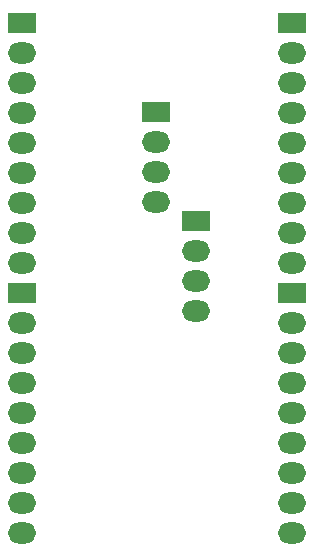
<source format=gbr>
G04 --- HEADER BEGIN --- *
G04 #@! TF.GenerationSoftware,LibrePCB,LibrePCB,0.1.6*
G04 #@! TF.CreationDate,2022-05-15T02:00:43*
G04 #@! TF.ProjectId,ttgo_bob,bfd8dc32-b202-4bf0-b9b5-60a84d76451e,v1*
G04 #@! TF.Part,Single*
G04 #@! TF.SameCoordinates*
G04 #@! TF.FileFunction,Soldermask,Bot*
G04 #@! TF.FilePolarity,Negative*
%FSLAX66Y66*%
%MOMM*%
G01*
G75*
G04 --- HEADER END --- *
G04 --- APERTURE LIST BEGIN --- *
%ADD10R,2.39X1.787*%
%ADD11O,2.39X1.787*%
G04 --- APERTURE LIST END --- *
G04 --- BOARD BEGIN --- *
D10*
G04 #@! TO.C,J5*
X16063000Y27727000D03*
D11*
X16063000Y25187000D03*
X16063000Y22647000D03*
X16063000Y20107000D03*
G04 #@! TO.C,J3*
X1270000Y29210000D03*
X1270000Y41910000D03*
X1270000Y26670000D03*
X1270000Y31750000D03*
X1270000Y34290000D03*
X1270000Y39370000D03*
X1270000Y36830000D03*
X1270000Y24130000D03*
D10*
X1270000Y44450000D03*
D11*
G04 #@! TO.C,J2*
X24130000Y6350000D03*
X24130000Y19050000D03*
X24130000Y3810000D03*
X24130000Y8890000D03*
X24130000Y11430000D03*
X24130000Y16510000D03*
X24130000Y13970000D03*
X24130000Y1270000D03*
D10*
X24130000Y21590000D03*
G04 #@! TO.C,J6*
X12660000Y36935000D03*
D11*
X12660000Y34395000D03*
X12660000Y31855000D03*
X12660000Y29315000D03*
G04 #@! TO.C,J4*
X1270000Y6350000D03*
X1270000Y19050000D03*
X1270000Y3810000D03*
X1270000Y8890000D03*
X1270000Y11430000D03*
X1270000Y16510000D03*
X1270000Y13970000D03*
X1270000Y1270000D03*
D10*
X1270000Y21590000D03*
D11*
G04 #@! TO.C,J1*
X24130000Y29210000D03*
X24130000Y41910000D03*
X24130000Y26670000D03*
X24130000Y31750000D03*
X24130000Y34290000D03*
X24130000Y39370000D03*
X24130000Y36830000D03*
X24130000Y24130000D03*
D10*
X24130000Y44450000D03*
G04 --- BOARD END --- *
G04 #@! TF.MD5,700131320573577d55603a1141172d1e*
M02*

</source>
